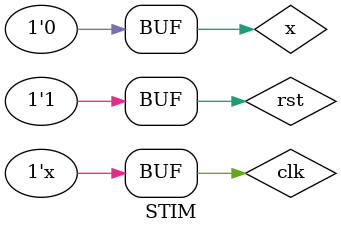
<source format=v>
`timescale 1ns / 1ps


module STIM;

	// Inputs
	reg clk;
	reg rst;

	// Outputs
	wire [6:0] LEDs;

	// Instantiate the Unit Under Test (UUT)
	BCD uut (
		.clk(clk), 
		.rst(rst), 
		.LEDs(LEDs)
	);

	initial begin
		// Initialize Inputs
		clk = 0;
		rst = 0;
		x=4'b 1011;

		// Wait 100 ns for global reset to finish
		#10
		rst=1;
		x=4'b 1101;
		
		#10
		rst=1;
		x=4'b 1100;
        
		// Add stimulus here

	end
   always
	#5
	clk=~clk;
	 
endmodule


</source>
